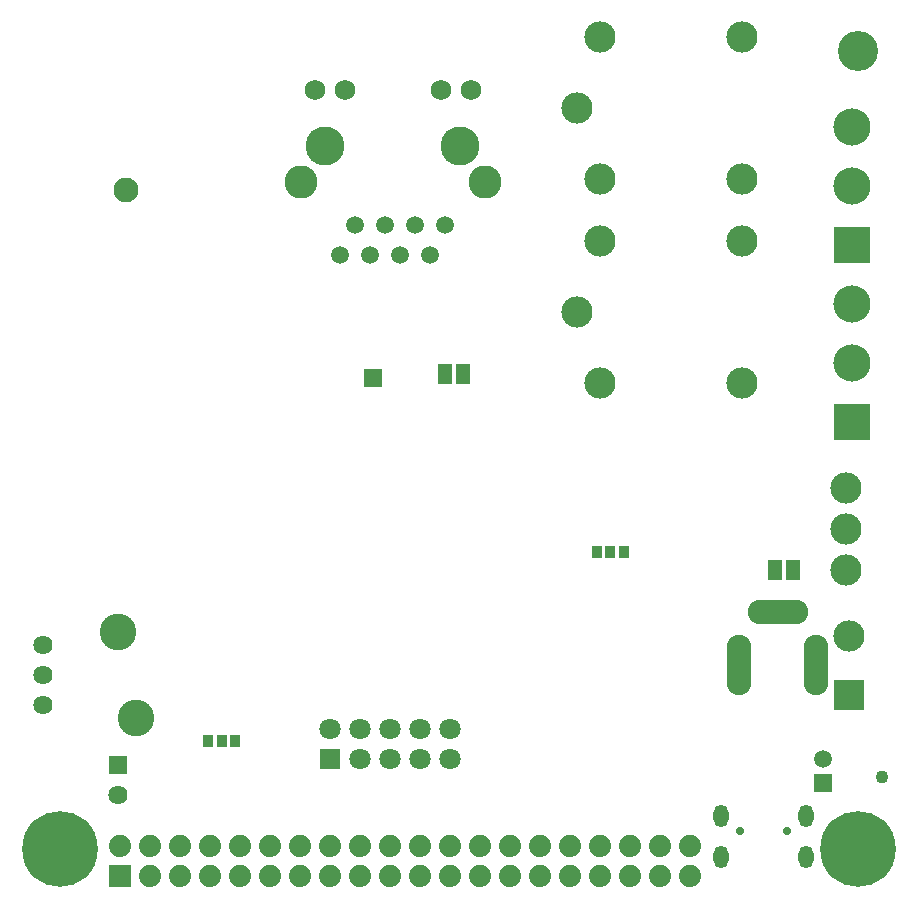
<source format=gbr>
G04 #@! TF.GenerationSoftware,KiCad,Pcbnew,5.1.6-c6e7f7d~87~ubuntu18.04.1*
G04 #@! TF.CreationDate,2022-06-03T15:36:12+03:00*
G04 #@! TF.ProjectId,ESP32-EVB_Rev_K,45535033-322d-4455-9642-5f5265765f4b,K*
G04 #@! TF.SameCoordinates,Original*
G04 #@! TF.FileFunction,Soldermask,Bot*
G04 #@! TF.FilePolarity,Negative*
%FSLAX46Y46*%
G04 Gerber Fmt 4.6, Leading zero omitted, Abs format (unit mm)*
G04 Created by KiCad (PCBNEW 5.1.6-c6e7f7d~87~ubuntu18.04.1) date 2022-06-03 15:36:12*
%MOMM*%
%LPD*%
G01*
G04 APERTURE LIST*
%ADD10R,2.641600X2.641600*%
%ADD11C,2.641600*%
%ADD12O,5.101600X2.101600*%
%ADD13O,2.101600X5.101600*%
%ADD14C,1.801600*%
%ADD15R,1.801600X1.801600*%
%ADD16C,2.101600*%
%ADD17C,1.879600*%
%ADD18R,1.879600X1.879600*%
%ADD19C,3.301600*%
%ADD20C,1.751600*%
%ADD21C,2.801600*%
%ADD22C,1.511600*%
%ADD23R,1.501600X1.501600*%
%ADD24C,1.501600*%
%ADD25C,0.701600*%
%ADD26O,1.301600X1.901600*%
%ADD27R,1.524000X1.524000*%
%ADD28C,3.149600*%
%ADD29R,3.149600X3.149600*%
%ADD30R,1.625600X1.625600*%
%ADD31C,1.625600*%
%ADD32C,3.101600*%
%ADD33R,1.270000X1.701800*%
%ADD34C,1.301600*%
%ADD35C,6.401600*%
%ADD36C,1.101600*%
%ADD37C,3.401600*%
%ADD38R,0.863600X1.117600*%
G04 APERTURE END LIST*
D10*
X140208000Y-124895000D03*
D11*
X140208000Y-119895000D03*
D12*
X134237000Y-117869000D03*
D13*
X137437000Y-122319000D03*
X130937000Y-122319000D03*
D14*
X106426000Y-127762000D03*
X106426000Y-130302000D03*
X103886000Y-127762000D03*
X103886000Y-130302000D03*
X101346000Y-127762000D03*
X101346000Y-130302000D03*
X98806000Y-127762000D03*
X98806000Y-130302000D03*
X96266000Y-127762000D03*
D15*
X96266000Y-130302000D03*
D16*
X79010000Y-82083000D03*
D17*
X101346000Y-137668000D03*
X101346000Y-140208000D03*
X98806000Y-137668000D03*
X98806000Y-140208000D03*
X96266000Y-137668000D03*
X96266000Y-140208000D03*
X93726000Y-137668000D03*
X93726000Y-140208000D03*
X91186000Y-137668000D03*
X91186000Y-140208000D03*
X81026000Y-137668000D03*
X81026000Y-140208000D03*
X78486000Y-137668000D03*
D18*
X78486000Y-140208000D03*
D17*
X83566000Y-140208000D03*
X83566000Y-137668000D03*
X86106000Y-137668000D03*
X86106000Y-140208000D03*
X88646000Y-140208000D03*
X88646000Y-137668000D03*
X114046000Y-137668000D03*
X114046000Y-140208000D03*
X111506000Y-140208000D03*
X111506000Y-137668000D03*
X108966000Y-137668000D03*
X108966000Y-140208000D03*
X103886000Y-140208000D03*
X103886000Y-137668000D03*
X106426000Y-140208000D03*
X106426000Y-137668000D03*
X116586000Y-140208000D03*
X116586000Y-137668000D03*
X119126000Y-140208000D03*
X119126000Y-137668000D03*
X121666000Y-140208000D03*
X121666000Y-137668000D03*
X124206000Y-140208000D03*
X124206000Y-137668000D03*
X126746000Y-140208000D03*
X126746000Y-137668000D03*
D11*
X140000000Y-114315000D03*
X140000000Y-107315000D03*
X140000000Y-110815000D03*
D19*
X95885000Y-78359000D03*
X107315000Y-78359000D03*
D20*
X105670000Y-73610500D03*
X94990000Y-73610500D03*
D21*
X93800000Y-81409000D03*
X109400000Y-81409000D03*
D20*
X108210000Y-73610500D03*
X97530000Y-73610500D03*
D22*
X97165000Y-87599000D03*
X98435000Y-85059000D03*
X99705000Y-87599000D03*
X100975000Y-85059000D03*
X102245000Y-87599000D03*
X103515000Y-85059000D03*
X104785000Y-87599000D03*
X106055000Y-85059000D03*
D11*
X117176000Y-75184000D03*
X131176000Y-81184000D03*
X131176000Y-69184000D03*
X119176000Y-69184000D03*
X119176000Y-81184000D03*
X117176000Y-92456000D03*
X131176000Y-98456000D03*
X131176000Y-86456000D03*
X119176000Y-86456000D03*
X119176000Y-98456000D03*
D23*
X138046460Y-132326380D03*
D24*
X138043920Y-130314700D03*
D25*
X131000000Y-136403000D03*
X135000000Y-136403000D03*
D26*
X129400000Y-138553000D03*
X129400000Y-135083000D03*
X136600000Y-135083000D03*
X136600000Y-138553000D03*
D27*
X99949000Y-98044000D03*
D28*
X140500000Y-76774000D03*
D29*
X140500000Y-86774000D03*
D28*
X140500000Y-81774000D03*
X140500000Y-91774000D03*
D29*
X140500000Y-101774000D03*
D28*
X140500000Y-96774000D03*
D30*
X78359000Y-130810000D03*
D31*
X78359000Y-133350000D03*
D32*
X79909000Y-126840000D03*
X78309000Y-119540000D03*
D31*
X72009000Y-125730000D03*
X72009000Y-123190000D03*
X72009000Y-120650000D03*
D33*
X135509000Y-114300000D03*
X133985000Y-114300000D03*
X133985000Y-114300000D03*
D34*
X70993000Y-137922000D03*
X75819000Y-137922000D03*
X75057000Y-139573000D03*
X71755000Y-139700000D03*
X75057000Y-136271000D03*
X71755000Y-136271000D03*
X73406000Y-140335000D03*
X73406000Y-135509000D03*
D35*
X73406000Y-137922000D03*
D34*
X138557000Y-137922000D03*
X143383000Y-137922000D03*
X142621000Y-139573000D03*
X139319000Y-139700000D03*
X142621000Y-136271000D03*
X139319000Y-136271000D03*
X140970000Y-140335000D03*
X140970000Y-135509000D03*
D35*
X140970000Y-137922000D03*
D36*
X143002000Y-131826000D03*
D37*
X140970000Y-70358000D03*
D33*
X106045000Y-97663000D03*
X107569000Y-97663000D03*
X107569000Y-97663000D03*
D38*
X118872000Y-112776000D03*
X120015000Y-112776000D03*
X121158000Y-112776000D03*
X88265000Y-128778000D03*
X87122000Y-128778000D03*
X85979000Y-128778000D03*
M02*

</source>
